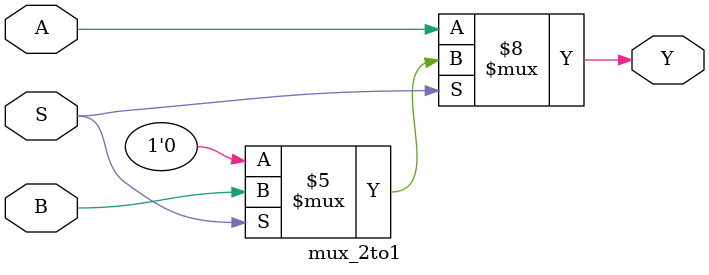
<source format=v>
module mux_2to1 (
    input A,
    input B,
    input S,
    output reg Y
);

always @(A, B, S) begin
    if (S == 0) begin
        Y <= A;
    end else if (S == 1) begin
        Y <= B;
    end else begin
        Y <= 0;
    end
end

endmodule
</source>
